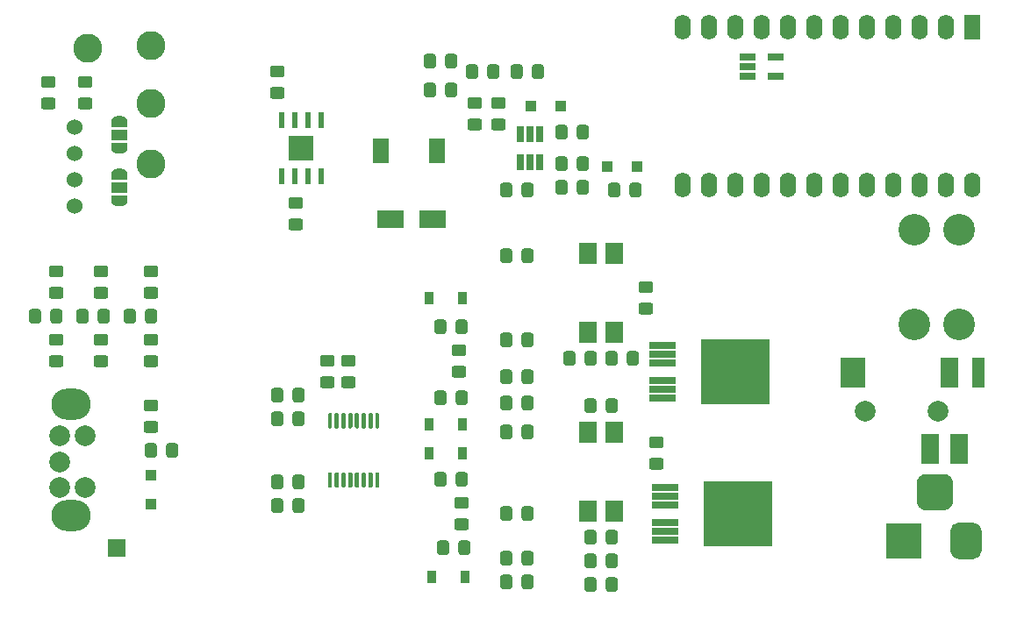
<source format=gbr>
%TF.GenerationSoftware,KiCad,Pcbnew,(5.1.6)-1*%
%TF.CreationDate,2021-01-23T13:54:21+00:00*%
%TF.ProjectId,ninja_iron,6e696e6a-615f-4697-926f-6e2e6b696361,rev?*%
%TF.SameCoordinates,Original*%
%TF.FileFunction,Soldermask,Top*%
%TF.FilePolarity,Negative*%
%FSLAX46Y46*%
G04 Gerber Fmt 4.6, Leading zero omitted, Abs format (unit mm)*
G04 Created by KiCad (PCBNEW (5.1.6)-1) date 2021-01-23 13:54:21*
%MOMM*%
%LPD*%
G01*
G04 APERTURE LIST*
%ADD10R,1.560000X0.650000*%
%ADD11R,1.700000X1.700000*%
%ADD12C,3.048000*%
%ADD13R,3.500000X3.500000*%
%ADD14C,0.100000*%
%ADD15R,1.500000X1.000000*%
%ADD16R,1.500000X2.400000*%
%ADD17C,1.524000*%
%ADD18R,2.500000X1.800000*%
%ADD19R,0.900000X1.200000*%
%ADD20R,1.100000X1.100000*%
%ADD21R,2.400000X2.900000*%
%ADD22R,1.200000X2.900000*%
%ADD23C,2.000000*%
%ADD24R,1.800000X2.900000*%
%ADD25R,1.600000X2.400000*%
%ADD26O,1.600000X2.400000*%
%ADD27R,2.500000X0.650000*%
%ADD28R,6.600000X6.300000*%
%ADD29R,0.650000X1.560000*%
%ADD30C,2.800000*%
%ADD31R,1.780000X2.000000*%
%ADD32R,0.600000X1.550000*%
%ADD33R,2.350000X2.350000*%
%ADD34O,3.800000X3.000000*%
G04 APERTURE END LIST*
%TO.C,R36*%
G36*
G01*
X174809550Y-34976000D02*
X175710450Y-34976000D01*
G75*
G02*
X175960000Y-35225550I0J-249550D01*
G01*
X175960000Y-35876450D01*
G75*
G02*
X175710450Y-36126000I-249550J0D01*
G01*
X174809550Y-36126000D01*
G75*
G02*
X174560000Y-35876450I0J249550D01*
G01*
X174560000Y-35225550D01*
G75*
G02*
X174809550Y-34976000I249550J0D01*
G01*
G37*
G36*
G01*
X174809550Y-37026000D02*
X175710450Y-37026000D01*
G75*
G02*
X175960000Y-37275550I0J-249550D01*
G01*
X175960000Y-37926450D01*
G75*
G02*
X175710450Y-38176000I-249550J0D01*
G01*
X174809550Y-38176000D01*
G75*
G02*
X174560000Y-37926450I0J249550D01*
G01*
X174560000Y-37275550D01*
G75*
G02*
X174809550Y-37026000I249550J0D01*
G01*
G37*
%TD*%
D10*
%TO.C,U10*%
X241888000Y-33086000D03*
X241888000Y-34986000D03*
X239188000Y-34986000D03*
X239188000Y-34036000D03*
X239188000Y-33086000D03*
%TD*%
D11*
%TO.C,J3*%
X178308000Y-80518000D03*
%TD*%
%TO.C,R10*%
G36*
G01*
X195268000Y-68522001D02*
X195268000Y-67621999D01*
G75*
G02*
X195517999Y-67372000I249999J0D01*
G01*
X196168001Y-67372000D01*
G75*
G02*
X196418000Y-67621999I0J-249999D01*
G01*
X196418000Y-68522001D01*
G75*
G02*
X196168001Y-68772000I-249999J0D01*
G01*
X195517999Y-68772000D01*
G75*
G02*
X195268000Y-68522001I0J249999D01*
G01*
G37*
G36*
G01*
X193218000Y-68522001D02*
X193218000Y-67621999D01*
G75*
G02*
X193467999Y-67372000I249999J0D01*
G01*
X194118001Y-67372000D01*
G75*
G02*
X194368000Y-67621999I0J-249999D01*
G01*
X194368000Y-68522001D01*
G75*
G02*
X194118001Y-68772000I-249999J0D01*
G01*
X193467999Y-68772000D01*
G75*
G02*
X193218000Y-68522001I0J249999D01*
G01*
G37*
%TD*%
D12*
%TO.C,iron*%
X259588000Y-49784000D03*
X255270000Y-49784000D03*
X259588000Y-58928000D03*
X255270000Y-58928000D03*
%TD*%
%TO.C,R8*%
G36*
G01*
X217366000Y-81984001D02*
X217366000Y-81083999D01*
G75*
G02*
X217615999Y-80834000I249999J0D01*
G01*
X218266001Y-80834000D01*
G75*
G02*
X218516000Y-81083999I0J-249999D01*
G01*
X218516000Y-81984001D01*
G75*
G02*
X218266001Y-82234000I-249999J0D01*
G01*
X217615999Y-82234000D01*
G75*
G02*
X217366000Y-81984001I0J249999D01*
G01*
G37*
G36*
G01*
X215316000Y-81984001D02*
X215316000Y-81083999D01*
G75*
G02*
X215565999Y-80834000I249999J0D01*
G01*
X216216001Y-80834000D01*
G75*
G02*
X216466000Y-81083999I0J-249999D01*
G01*
X216466000Y-81984001D01*
G75*
G02*
X216216001Y-82234000I-249999J0D01*
G01*
X215565999Y-82234000D01*
G75*
G02*
X215316000Y-81984001I0J249999D01*
G01*
G37*
%TD*%
%TO.C,R5*%
G36*
G01*
X229927999Y-69774000D02*
X230828001Y-69774000D01*
G75*
G02*
X231078000Y-70023999I0J-249999D01*
G01*
X231078000Y-70674001D01*
G75*
G02*
X230828001Y-70924000I-249999J0D01*
G01*
X229927999Y-70924000D01*
G75*
G02*
X229678000Y-70674001I0J249999D01*
G01*
X229678000Y-70023999D01*
G75*
G02*
X229927999Y-69774000I249999J0D01*
G01*
G37*
G36*
G01*
X229927999Y-71824000D02*
X230828001Y-71824000D01*
G75*
G02*
X231078000Y-72073999I0J-249999D01*
G01*
X231078000Y-72724001D01*
G75*
G02*
X230828001Y-72974000I-249999J0D01*
G01*
X229927999Y-72974000D01*
G75*
G02*
X229678000Y-72724001I0J249999D01*
G01*
X229678000Y-72073999D01*
G75*
G02*
X229927999Y-71824000I249999J0D01*
G01*
G37*
%TD*%
D13*
%TO.C,J4*%
X254254000Y-79852000D03*
G36*
G01*
X261754000Y-78852000D02*
X261754000Y-80852000D01*
G75*
G02*
X261004000Y-81602000I-750000J0D01*
G01*
X259504000Y-81602000D01*
G75*
G02*
X258754000Y-80852000I0J750000D01*
G01*
X258754000Y-78852000D01*
G75*
G02*
X259504000Y-78102000I750000J0D01*
G01*
X261004000Y-78102000D01*
G75*
G02*
X261754000Y-78852000I0J-750000D01*
G01*
G37*
G36*
G01*
X259004000Y-74277000D02*
X259004000Y-76027000D01*
G75*
G02*
X258129000Y-76902000I-875000J0D01*
G01*
X256379000Y-76902000D01*
G75*
G02*
X255504000Y-76027000I0J875000D01*
G01*
X255504000Y-74277000D01*
G75*
G02*
X256379000Y-73402000I875000J0D01*
G01*
X258129000Y-73402000D01*
G75*
G02*
X259004000Y-74277000I0J-875000D01*
G01*
G37*
%TD*%
D14*
%TO.C,JP2*%
G36*
X179312000Y-46470000D02*
G01*
X179312000Y-47020000D01*
X179311398Y-47020000D01*
X179311398Y-47044534D01*
X179306588Y-47093365D01*
X179297016Y-47141490D01*
X179282772Y-47188445D01*
X179263995Y-47233778D01*
X179240864Y-47277051D01*
X179213604Y-47317850D01*
X179182476Y-47355779D01*
X179147779Y-47390476D01*
X179109850Y-47421604D01*
X179069051Y-47448864D01*
X179025778Y-47471995D01*
X178980445Y-47490772D01*
X178933490Y-47505016D01*
X178885365Y-47514588D01*
X178836534Y-47519398D01*
X178812000Y-47519398D01*
X178812000Y-47520000D01*
X178312000Y-47520000D01*
X178312000Y-47519398D01*
X178287466Y-47519398D01*
X178238635Y-47514588D01*
X178190510Y-47505016D01*
X178143555Y-47490772D01*
X178098222Y-47471995D01*
X178054949Y-47448864D01*
X178014150Y-47421604D01*
X177976221Y-47390476D01*
X177941524Y-47355779D01*
X177910396Y-47317850D01*
X177883136Y-47277051D01*
X177860005Y-47233778D01*
X177841228Y-47188445D01*
X177826984Y-47141490D01*
X177817412Y-47093365D01*
X177812602Y-47044534D01*
X177812602Y-47020000D01*
X177812000Y-47020000D01*
X177812000Y-46470000D01*
X179312000Y-46470000D01*
G37*
D15*
X178562000Y-45720000D03*
D14*
G36*
X177812602Y-44420000D02*
G01*
X177812602Y-44395466D01*
X177817412Y-44346635D01*
X177826984Y-44298510D01*
X177841228Y-44251555D01*
X177860005Y-44206222D01*
X177883136Y-44162949D01*
X177910396Y-44122150D01*
X177941524Y-44084221D01*
X177976221Y-44049524D01*
X178014150Y-44018396D01*
X178054949Y-43991136D01*
X178098222Y-43968005D01*
X178143555Y-43949228D01*
X178190510Y-43934984D01*
X178238635Y-43925412D01*
X178287466Y-43920602D01*
X178312000Y-43920602D01*
X178312000Y-43920000D01*
X178812000Y-43920000D01*
X178812000Y-43920602D01*
X178836534Y-43920602D01*
X178885365Y-43925412D01*
X178933490Y-43934984D01*
X178980445Y-43949228D01*
X179025778Y-43968005D01*
X179069051Y-43991136D01*
X179109850Y-44018396D01*
X179147779Y-44049524D01*
X179182476Y-44084221D01*
X179213604Y-44122150D01*
X179240864Y-44162949D01*
X179263995Y-44206222D01*
X179282772Y-44251555D01*
X179297016Y-44298510D01*
X179306588Y-44346635D01*
X179311398Y-44395466D01*
X179311398Y-44420000D01*
X179312000Y-44420000D01*
X179312000Y-44970000D01*
X177812000Y-44970000D01*
X177812000Y-44420000D01*
X177812602Y-44420000D01*
G37*
%TD*%
%TO.C,R3*%
G36*
G01*
X217366000Y-60902001D02*
X217366000Y-60001999D01*
G75*
G02*
X217615999Y-59752000I249999J0D01*
G01*
X218266001Y-59752000D01*
G75*
G02*
X218516000Y-60001999I0J-249999D01*
G01*
X218516000Y-60902001D01*
G75*
G02*
X218266001Y-61152000I-249999J0D01*
G01*
X217615999Y-61152000D01*
G75*
G02*
X217366000Y-60902001I0J249999D01*
G01*
G37*
G36*
G01*
X215316000Y-60902001D02*
X215316000Y-60001999D01*
G75*
G02*
X215565999Y-59752000I249999J0D01*
G01*
X216216001Y-59752000D01*
G75*
G02*
X216466000Y-60001999I0J-249999D01*
G01*
X216466000Y-60902001D01*
G75*
G02*
X216216001Y-61152000I-249999J0D01*
G01*
X215565999Y-61152000D01*
G75*
G02*
X215316000Y-60902001I0J249999D01*
G01*
G37*
%TD*%
%TO.C,JP1*%
G36*
X179312000Y-41390000D02*
G01*
X179312000Y-41940000D01*
X179311398Y-41940000D01*
X179311398Y-41964534D01*
X179306588Y-42013365D01*
X179297016Y-42061490D01*
X179282772Y-42108445D01*
X179263995Y-42153778D01*
X179240864Y-42197051D01*
X179213604Y-42237850D01*
X179182476Y-42275779D01*
X179147779Y-42310476D01*
X179109850Y-42341604D01*
X179069051Y-42368864D01*
X179025778Y-42391995D01*
X178980445Y-42410772D01*
X178933490Y-42425016D01*
X178885365Y-42434588D01*
X178836534Y-42439398D01*
X178812000Y-42439398D01*
X178812000Y-42440000D01*
X178312000Y-42440000D01*
X178312000Y-42439398D01*
X178287466Y-42439398D01*
X178238635Y-42434588D01*
X178190510Y-42425016D01*
X178143555Y-42410772D01*
X178098222Y-42391995D01*
X178054949Y-42368864D01*
X178014150Y-42341604D01*
X177976221Y-42310476D01*
X177941524Y-42275779D01*
X177910396Y-42237850D01*
X177883136Y-42197051D01*
X177860005Y-42153778D01*
X177841228Y-42108445D01*
X177826984Y-42061490D01*
X177817412Y-42013365D01*
X177812602Y-41964534D01*
X177812602Y-41940000D01*
X177812000Y-41940000D01*
X177812000Y-41390000D01*
X179312000Y-41390000D01*
G37*
D15*
X178562000Y-40640000D03*
D14*
G36*
X177812602Y-39340000D02*
G01*
X177812602Y-39315466D01*
X177817412Y-39266635D01*
X177826984Y-39218510D01*
X177841228Y-39171555D01*
X177860005Y-39126222D01*
X177883136Y-39082949D01*
X177910396Y-39042150D01*
X177941524Y-39004221D01*
X177976221Y-38969524D01*
X178014150Y-38938396D01*
X178054949Y-38911136D01*
X178098222Y-38888005D01*
X178143555Y-38869228D01*
X178190510Y-38854984D01*
X178238635Y-38845412D01*
X178287466Y-38840602D01*
X178312000Y-38840602D01*
X178312000Y-38840000D01*
X178812000Y-38840000D01*
X178812000Y-38840602D01*
X178836534Y-38840602D01*
X178885365Y-38845412D01*
X178933490Y-38854984D01*
X178980445Y-38869228D01*
X179025778Y-38888005D01*
X179069051Y-38911136D01*
X179109850Y-38938396D01*
X179147779Y-38969524D01*
X179182476Y-39004221D01*
X179213604Y-39042150D01*
X179240864Y-39082949D01*
X179263995Y-39126222D01*
X179282772Y-39171555D01*
X179297016Y-39218510D01*
X179306588Y-39266635D01*
X179311398Y-39315466D01*
X179311398Y-39340000D01*
X179312000Y-39340000D01*
X179312000Y-39890000D01*
X177812000Y-39890000D01*
X177812000Y-39340000D01*
X177812602Y-39340000D01*
G37*
%TD*%
%TO.C,R11*%
G36*
G01*
X193218000Y-66236001D02*
X193218000Y-65335999D01*
G75*
G02*
X193467999Y-65086000I249999J0D01*
G01*
X194118001Y-65086000D01*
G75*
G02*
X194368000Y-65335999I0J-249999D01*
G01*
X194368000Y-66236001D01*
G75*
G02*
X194118001Y-66486000I-249999J0D01*
G01*
X193467999Y-66486000D01*
G75*
G02*
X193218000Y-66236001I0J249999D01*
G01*
G37*
G36*
G01*
X195268000Y-66236001D02*
X195268000Y-65335999D01*
G75*
G02*
X195517999Y-65086000I249999J0D01*
G01*
X196168001Y-65086000D01*
G75*
G02*
X196418000Y-65335999I0J-249999D01*
G01*
X196418000Y-66236001D01*
G75*
G02*
X196168001Y-66486000I-249999J0D01*
G01*
X195517999Y-66486000D01*
G75*
G02*
X195268000Y-66236001I0J249999D01*
G01*
G37*
%TD*%
D16*
%TO.C,L1*%
X203752000Y-42164000D03*
X209252000Y-42164000D03*
%TD*%
%TO.C,R19*%
G36*
G01*
X224594000Y-83623999D02*
X224594000Y-84524001D01*
G75*
G02*
X224344001Y-84774000I-249999J0D01*
G01*
X223693999Y-84774000D01*
G75*
G02*
X223444000Y-84524001I0J249999D01*
G01*
X223444000Y-83623999D01*
G75*
G02*
X223693999Y-83374000I249999J0D01*
G01*
X224344001Y-83374000D01*
G75*
G02*
X224594000Y-83623999I0J-249999D01*
G01*
G37*
G36*
G01*
X226644000Y-83623999D02*
X226644000Y-84524001D01*
G75*
G02*
X226394001Y-84774000I-249999J0D01*
G01*
X225743999Y-84774000D01*
G75*
G02*
X225494000Y-84524001I0J249999D01*
G01*
X225494000Y-83623999D01*
G75*
G02*
X225743999Y-83374000I249999J0D01*
G01*
X226394001Y-83374000D01*
G75*
G02*
X226644000Y-83623999I0J-249999D01*
G01*
G37*
%TD*%
%TO.C,R14*%
G36*
G01*
X213302001Y-40208000D02*
X212401999Y-40208000D01*
G75*
G02*
X212152000Y-39958001I0J249999D01*
G01*
X212152000Y-39307999D01*
G75*
G02*
X212401999Y-39058000I249999J0D01*
G01*
X213302001Y-39058000D01*
G75*
G02*
X213552000Y-39307999I0J-249999D01*
G01*
X213552000Y-39958001D01*
G75*
G02*
X213302001Y-40208000I-249999J0D01*
G01*
G37*
G36*
G01*
X213302001Y-38158000D02*
X212401999Y-38158000D01*
G75*
G02*
X212152000Y-37908001I0J249999D01*
G01*
X212152000Y-37257999D01*
G75*
G02*
X212401999Y-37008000I249999J0D01*
G01*
X213302001Y-37008000D01*
G75*
G02*
X213552000Y-37257999I0J-249999D01*
G01*
X213552000Y-37908001D01*
G75*
G02*
X213302001Y-38158000I-249999J0D01*
G01*
G37*
%TD*%
%TO.C,R15*%
G36*
G01*
X209100000Y-33077999D02*
X209100000Y-33978001D01*
G75*
G02*
X208850001Y-34228000I-249999J0D01*
G01*
X208199999Y-34228000D01*
G75*
G02*
X207950000Y-33978001I0J249999D01*
G01*
X207950000Y-33077999D01*
G75*
G02*
X208199999Y-32828000I249999J0D01*
G01*
X208850001Y-32828000D01*
G75*
G02*
X209100000Y-33077999I0J-249999D01*
G01*
G37*
G36*
G01*
X211150000Y-33077999D02*
X211150000Y-33978001D01*
G75*
G02*
X210900001Y-34228000I-249999J0D01*
G01*
X210249999Y-34228000D01*
G75*
G02*
X210000000Y-33978001I0J249999D01*
G01*
X210000000Y-33077999D01*
G75*
G02*
X210249999Y-32828000I249999J0D01*
G01*
X210900001Y-32828000D01*
G75*
G02*
X211150000Y-33077999I0J-249999D01*
G01*
G37*
%TD*%
%TO.C,R25*%
G36*
G01*
X181159999Y-55314000D02*
X182060001Y-55314000D01*
G75*
G02*
X182310000Y-55563999I0J-249999D01*
G01*
X182310000Y-56214001D01*
G75*
G02*
X182060001Y-56464000I-249999J0D01*
G01*
X181159999Y-56464000D01*
G75*
G02*
X180910000Y-56214001I0J249999D01*
G01*
X180910000Y-55563999D01*
G75*
G02*
X181159999Y-55314000I249999J0D01*
G01*
G37*
G36*
G01*
X181159999Y-53264000D02*
X182060001Y-53264000D01*
G75*
G02*
X182310000Y-53513999I0J-249999D01*
G01*
X182310000Y-54164001D01*
G75*
G02*
X182060001Y-54414000I-249999J0D01*
G01*
X181159999Y-54414000D01*
G75*
G02*
X180910000Y-54164001I0J249999D01*
G01*
X180910000Y-53513999D01*
G75*
G02*
X181159999Y-53264000I249999J0D01*
G01*
G37*
%TD*%
%TO.C,R21*%
G36*
G01*
X226644000Y-81337999D02*
X226644000Y-82238001D01*
G75*
G02*
X226394001Y-82488000I-249999J0D01*
G01*
X225743999Y-82488000D01*
G75*
G02*
X225494000Y-82238001I0J249999D01*
G01*
X225494000Y-81337999D01*
G75*
G02*
X225743999Y-81088000I249999J0D01*
G01*
X226394001Y-81088000D01*
G75*
G02*
X226644000Y-81337999I0J-249999D01*
G01*
G37*
G36*
G01*
X224594000Y-81337999D02*
X224594000Y-82238001D01*
G75*
G02*
X224344001Y-82488000I-249999J0D01*
G01*
X223693999Y-82488000D01*
G75*
G02*
X223444000Y-82238001I0J249999D01*
G01*
X223444000Y-81337999D01*
G75*
G02*
X223693999Y-81088000I249999J0D01*
G01*
X224344001Y-81088000D01*
G75*
G02*
X224594000Y-81337999I0J-249999D01*
G01*
G37*
%TD*%
%TO.C,R23*%
G36*
G01*
X172015999Y-55314000D02*
X172916001Y-55314000D01*
G75*
G02*
X173166000Y-55563999I0J-249999D01*
G01*
X173166000Y-56214001D01*
G75*
G02*
X172916001Y-56464000I-249999J0D01*
G01*
X172015999Y-56464000D01*
G75*
G02*
X171766000Y-56214001I0J249999D01*
G01*
X171766000Y-55563999D01*
G75*
G02*
X172015999Y-55314000I249999J0D01*
G01*
G37*
G36*
G01*
X172015999Y-53264000D02*
X172916001Y-53264000D01*
G75*
G02*
X173166000Y-53513999I0J-249999D01*
G01*
X173166000Y-54164001D01*
G75*
G02*
X172916001Y-54414000I-249999J0D01*
G01*
X172015999Y-54414000D01*
G75*
G02*
X171766000Y-54164001I0J249999D01*
G01*
X171766000Y-53513999D01*
G75*
G02*
X172015999Y-53264000I249999J0D01*
G01*
G37*
%TD*%
%TO.C,R28*%
G36*
G01*
X220650000Y-46170001D02*
X220650000Y-45269999D01*
G75*
G02*
X220899999Y-45020000I249999J0D01*
G01*
X221550001Y-45020000D01*
G75*
G02*
X221800000Y-45269999I0J-249999D01*
G01*
X221800000Y-46170001D01*
G75*
G02*
X221550001Y-46420000I-249999J0D01*
G01*
X220899999Y-46420000D01*
G75*
G02*
X220650000Y-46170001I0J249999D01*
G01*
G37*
G36*
G01*
X222700000Y-46170001D02*
X222700000Y-45269999D01*
G75*
G02*
X222949999Y-45020000I249999J0D01*
G01*
X223600001Y-45020000D01*
G75*
G02*
X223850000Y-45269999I0J-249999D01*
G01*
X223850000Y-46170001D01*
G75*
G02*
X223600001Y-46420000I-249999J0D01*
G01*
X222949999Y-46420000D01*
G75*
G02*
X222700000Y-46170001I0J249999D01*
G01*
G37*
%TD*%
%TO.C,R30*%
G36*
G01*
X182194000Y-57715999D02*
X182194000Y-58616001D01*
G75*
G02*
X181944001Y-58866000I-249999J0D01*
G01*
X181293999Y-58866000D01*
G75*
G02*
X181044000Y-58616001I0J249999D01*
G01*
X181044000Y-57715999D01*
G75*
G02*
X181293999Y-57466000I249999J0D01*
G01*
X181944001Y-57466000D01*
G75*
G02*
X182194000Y-57715999I0J-249999D01*
G01*
G37*
G36*
G01*
X180144000Y-57715550D02*
X180144000Y-58616450D01*
G75*
G02*
X179894450Y-58866000I-249550J0D01*
G01*
X179243550Y-58866000D01*
G75*
G02*
X178994000Y-58616450I0J249550D01*
G01*
X178994000Y-57715550D01*
G75*
G02*
X179243550Y-57466000I249550J0D01*
G01*
X179894450Y-57466000D01*
G75*
G02*
X180144000Y-57715550I0J-249550D01*
G01*
G37*
%TD*%
%TO.C,R35*%
G36*
G01*
X171253550Y-37026000D02*
X172154450Y-37026000D01*
G75*
G02*
X172404000Y-37275550I0J-249550D01*
G01*
X172404000Y-37926450D01*
G75*
G02*
X172154450Y-38176000I-249550J0D01*
G01*
X171253550Y-38176000D01*
G75*
G02*
X171004000Y-37926450I0J249550D01*
G01*
X171004000Y-37275550D01*
G75*
G02*
X171253550Y-37026000I249550J0D01*
G01*
G37*
G36*
G01*
X171253550Y-34976000D02*
X172154450Y-34976000D01*
G75*
G02*
X172404000Y-35225550I0J-249550D01*
G01*
X172404000Y-35876450D01*
G75*
G02*
X172154450Y-36126000I-249550J0D01*
G01*
X171253550Y-36126000D01*
G75*
G02*
X171004000Y-35876450I0J249550D01*
G01*
X171004000Y-35225550D01*
G75*
G02*
X171253550Y-34976000I249550J0D01*
G01*
G37*
%TD*%
%TO.C,R20*%
G36*
G01*
X218516000Y-68891999D02*
X218516000Y-69792001D01*
G75*
G02*
X218266001Y-70042000I-249999J0D01*
G01*
X217615999Y-70042000D01*
G75*
G02*
X217366000Y-69792001I0J249999D01*
G01*
X217366000Y-68891999D01*
G75*
G02*
X217615999Y-68642000I249999J0D01*
G01*
X218266001Y-68642000D01*
G75*
G02*
X218516000Y-68891999I0J-249999D01*
G01*
G37*
G36*
G01*
X216466000Y-68891999D02*
X216466000Y-69792001D01*
G75*
G02*
X216216001Y-70042000I-249999J0D01*
G01*
X215565999Y-70042000D01*
G75*
G02*
X215316000Y-69792001I0J249999D01*
G01*
X215316000Y-68891999D01*
G75*
G02*
X215565999Y-68642000I249999J0D01*
G01*
X216216001Y-68642000D01*
G75*
G02*
X216466000Y-68891999I0J-249999D01*
G01*
G37*
%TD*%
%TO.C,R27*%
G36*
G01*
X182176000Y-70669999D02*
X182176000Y-71570001D01*
G75*
G02*
X181926001Y-71820000I-249999J0D01*
G01*
X181275999Y-71820000D01*
G75*
G02*
X181026000Y-71570001I0J249999D01*
G01*
X181026000Y-70669999D01*
G75*
G02*
X181275999Y-70420000I249999J0D01*
G01*
X181926001Y-70420000D01*
G75*
G02*
X182176000Y-70669999I0J-249999D01*
G01*
G37*
G36*
G01*
X184226000Y-70669999D02*
X184226000Y-71570001D01*
G75*
G02*
X183976001Y-71820000I-249999J0D01*
G01*
X183325999Y-71820000D01*
G75*
G02*
X183076000Y-71570001I0J249999D01*
G01*
X183076000Y-70669999D01*
G75*
G02*
X183325999Y-70420000I249999J0D01*
G01*
X183976001Y-70420000D01*
G75*
G02*
X184226000Y-70669999I0J-249999D01*
G01*
G37*
%TD*%
%TO.C,R29*%
G36*
G01*
X227780000Y-46424001D02*
X227780000Y-45523999D01*
G75*
G02*
X228029999Y-45274000I249999J0D01*
G01*
X228680001Y-45274000D01*
G75*
G02*
X228930000Y-45523999I0J-249999D01*
G01*
X228930000Y-46424001D01*
G75*
G02*
X228680001Y-46674000I-249999J0D01*
G01*
X228029999Y-46674000D01*
G75*
G02*
X227780000Y-46424001I0J249999D01*
G01*
G37*
G36*
G01*
X225730000Y-46424001D02*
X225730000Y-45523999D01*
G75*
G02*
X225979999Y-45274000I249999J0D01*
G01*
X226630001Y-45274000D01*
G75*
G02*
X226880000Y-45523999I0J-249999D01*
G01*
X226880000Y-46424001D01*
G75*
G02*
X226630001Y-46674000I-249999J0D01*
G01*
X225979999Y-46674000D01*
G75*
G02*
X225730000Y-46424001I0J249999D01*
G01*
G37*
%TD*%
%TO.C,R31*%
G36*
G01*
X175572000Y-57715999D02*
X175572000Y-58616001D01*
G75*
G02*
X175322001Y-58866000I-249999J0D01*
G01*
X174671999Y-58866000D01*
G75*
G02*
X174422000Y-58616001I0J249999D01*
G01*
X174422000Y-57715999D01*
G75*
G02*
X174671999Y-57466000I249999J0D01*
G01*
X175322001Y-57466000D01*
G75*
G02*
X175572000Y-57715999I0J-249999D01*
G01*
G37*
G36*
G01*
X177622000Y-57715999D02*
X177622000Y-58616001D01*
G75*
G02*
X177372001Y-58866000I-249999J0D01*
G01*
X176721999Y-58866000D01*
G75*
G02*
X176472000Y-58616001I0J249999D01*
G01*
X176472000Y-57715999D01*
G75*
G02*
X176721999Y-57466000I249999J0D01*
G01*
X177372001Y-57466000D01*
G75*
G02*
X177622000Y-57715999I0J-249999D01*
G01*
G37*
%TD*%
%TO.C,R26*%
G36*
G01*
X181159999Y-66218000D02*
X182060001Y-66218000D01*
G75*
G02*
X182310000Y-66467999I0J-249999D01*
G01*
X182310000Y-67118001D01*
G75*
G02*
X182060001Y-67368000I-249999J0D01*
G01*
X181159999Y-67368000D01*
G75*
G02*
X180910000Y-67118001I0J249999D01*
G01*
X180910000Y-66467999D01*
G75*
G02*
X181159999Y-66218000I249999J0D01*
G01*
G37*
G36*
G01*
X181159999Y-68268000D02*
X182060001Y-68268000D01*
G75*
G02*
X182310000Y-68517999I0J-249999D01*
G01*
X182310000Y-69168001D01*
G75*
G02*
X182060001Y-69418000I-249999J0D01*
G01*
X181159999Y-69418000D01*
G75*
G02*
X180910000Y-69168001I0J249999D01*
G01*
X180910000Y-68517999D01*
G75*
G02*
X181159999Y-68268000I249999J0D01*
G01*
G37*
%TD*%
%TO.C,R16*%
G36*
G01*
X226644000Y-66351999D02*
X226644000Y-67252001D01*
G75*
G02*
X226394001Y-67502000I-249999J0D01*
G01*
X225743999Y-67502000D01*
G75*
G02*
X225494000Y-67252001I0J249999D01*
G01*
X225494000Y-66351999D01*
G75*
G02*
X225743999Y-66102000I249999J0D01*
G01*
X226394001Y-66102000D01*
G75*
G02*
X226644000Y-66351999I0J-249999D01*
G01*
G37*
G36*
G01*
X224594000Y-66351999D02*
X224594000Y-67252001D01*
G75*
G02*
X224344001Y-67502000I-249999J0D01*
G01*
X223693999Y-67502000D01*
G75*
G02*
X223444000Y-67252001I0J249999D01*
G01*
X223444000Y-66351999D01*
G75*
G02*
X223693999Y-66102000I249999J0D01*
G01*
X224344001Y-66102000D01*
G75*
G02*
X224594000Y-66351999I0J-249999D01*
G01*
G37*
%TD*%
%TO.C,R17*%
G36*
G01*
X216466000Y-51873999D02*
X216466000Y-52774001D01*
G75*
G02*
X216216001Y-53024000I-249999J0D01*
G01*
X215565999Y-53024000D01*
G75*
G02*
X215316000Y-52774001I0J249999D01*
G01*
X215316000Y-51873999D01*
G75*
G02*
X215565999Y-51624000I249999J0D01*
G01*
X216216001Y-51624000D01*
G75*
G02*
X216466000Y-51873999I0J-249999D01*
G01*
G37*
G36*
G01*
X218516000Y-51873999D02*
X218516000Y-52774001D01*
G75*
G02*
X218266001Y-53024000I-249999J0D01*
G01*
X217615999Y-53024000D01*
G75*
G02*
X217366000Y-52774001I0J249999D01*
G01*
X217366000Y-51873999D01*
G75*
G02*
X217615999Y-51624000I249999J0D01*
G01*
X218266001Y-51624000D01*
G75*
G02*
X218516000Y-51873999I0J-249999D01*
G01*
G37*
%TD*%
%TO.C,R18*%
G36*
G01*
X225476000Y-62680001D02*
X225476000Y-61779999D01*
G75*
G02*
X225725999Y-61530000I249999J0D01*
G01*
X226376001Y-61530000D01*
G75*
G02*
X226626000Y-61779999I0J-249999D01*
G01*
X226626000Y-62680001D01*
G75*
G02*
X226376001Y-62930000I-249999J0D01*
G01*
X225725999Y-62930000D01*
G75*
G02*
X225476000Y-62680001I0J249999D01*
G01*
G37*
G36*
G01*
X227526000Y-62680001D02*
X227526000Y-61779999D01*
G75*
G02*
X227775999Y-61530000I249999J0D01*
G01*
X228426001Y-61530000D01*
G75*
G02*
X228676000Y-61779999I0J-249999D01*
G01*
X228676000Y-62680001D01*
G75*
G02*
X228426001Y-62930000I-249999J0D01*
G01*
X227775999Y-62930000D01*
G75*
G02*
X227526000Y-62680001I0J249999D01*
G01*
G37*
%TD*%
%TO.C,R24*%
G36*
G01*
X176333999Y-53264000D02*
X177234001Y-53264000D01*
G75*
G02*
X177484000Y-53513999I0J-249999D01*
G01*
X177484000Y-54164001D01*
G75*
G02*
X177234001Y-54414000I-249999J0D01*
G01*
X176333999Y-54414000D01*
G75*
G02*
X176084000Y-54164001I0J249999D01*
G01*
X176084000Y-53513999D01*
G75*
G02*
X176333999Y-53264000I249999J0D01*
G01*
G37*
G36*
G01*
X176333999Y-55314000D02*
X177234001Y-55314000D01*
G75*
G02*
X177484000Y-55563999I0J-249999D01*
G01*
X177484000Y-56214001D01*
G75*
G02*
X177234001Y-56464000I-249999J0D01*
G01*
X176333999Y-56464000D01*
G75*
G02*
X176084000Y-56214001I0J249999D01*
G01*
X176084000Y-55563999D01*
G75*
G02*
X176333999Y-55314000I249999J0D01*
G01*
G37*
%TD*%
%TO.C,C21*%
G36*
G01*
X218516000Y-45523999D02*
X218516000Y-46424001D01*
G75*
G02*
X218266001Y-46674000I-249999J0D01*
G01*
X217615999Y-46674000D01*
G75*
G02*
X217366000Y-46424001I0J249999D01*
G01*
X217366000Y-45523999D01*
G75*
G02*
X217615999Y-45274000I249999J0D01*
G01*
X218266001Y-45274000D01*
G75*
G02*
X218516000Y-45523999I0J-249999D01*
G01*
G37*
G36*
G01*
X216466000Y-45523999D02*
X216466000Y-46424001D01*
G75*
G02*
X216216001Y-46674000I-249999J0D01*
G01*
X215565999Y-46674000D01*
G75*
G02*
X215316000Y-46424001I0J249999D01*
G01*
X215316000Y-45523999D01*
G75*
G02*
X215565999Y-45274000I249999J0D01*
G01*
X216216001Y-45274000D01*
G75*
G02*
X216466000Y-45523999I0J-249999D01*
G01*
G37*
%TD*%
%TO.C,C18*%
G36*
G01*
X176333999Y-61918000D02*
X177234001Y-61918000D01*
G75*
G02*
X177484000Y-62167999I0J-249999D01*
G01*
X177484000Y-62818001D01*
G75*
G02*
X177234001Y-63068000I-249999J0D01*
G01*
X176333999Y-63068000D01*
G75*
G02*
X176084000Y-62818001I0J249999D01*
G01*
X176084000Y-62167999D01*
G75*
G02*
X176333999Y-61918000I249999J0D01*
G01*
G37*
G36*
G01*
X176333999Y-59868000D02*
X177234001Y-59868000D01*
G75*
G02*
X177484000Y-60117999I0J-249999D01*
G01*
X177484000Y-60768001D01*
G75*
G02*
X177234001Y-61018000I-249999J0D01*
G01*
X176333999Y-61018000D01*
G75*
G02*
X176084000Y-60768001I0J249999D01*
G01*
X176084000Y-60117999D01*
G75*
G02*
X176333999Y-59868000I249999J0D01*
G01*
G37*
%TD*%
%TO.C,C7*%
G36*
G01*
X199078001Y-65100000D02*
X198177999Y-65100000D01*
G75*
G02*
X197928000Y-64850001I0J249999D01*
G01*
X197928000Y-64199999D01*
G75*
G02*
X198177999Y-63950000I249999J0D01*
G01*
X199078001Y-63950000D01*
G75*
G02*
X199328000Y-64199999I0J-249999D01*
G01*
X199328000Y-64850001D01*
G75*
G02*
X199078001Y-65100000I-249999J0D01*
G01*
G37*
G36*
G01*
X199078001Y-63050000D02*
X198177999Y-63050000D01*
G75*
G02*
X197928000Y-62800001I0J249999D01*
G01*
X197928000Y-62149999D01*
G75*
G02*
X198177999Y-61900000I249999J0D01*
G01*
X199078001Y-61900000D01*
G75*
G02*
X199328000Y-62149999I0J-249999D01*
G01*
X199328000Y-62800001D01*
G75*
G02*
X199078001Y-63050000I-249999J0D01*
G01*
G37*
%TD*%
%TO.C,C8*%
G36*
G01*
X220650000Y-43884001D02*
X220650000Y-42983999D01*
G75*
G02*
X220899999Y-42734000I249999J0D01*
G01*
X221550001Y-42734000D01*
G75*
G02*
X221800000Y-42983999I0J-249999D01*
G01*
X221800000Y-43884001D01*
G75*
G02*
X221550001Y-44134000I-249999J0D01*
G01*
X220899999Y-44134000D01*
G75*
G02*
X220650000Y-43884001I0J249999D01*
G01*
G37*
G36*
G01*
X222700000Y-43884001D02*
X222700000Y-42983999D01*
G75*
G02*
X222949999Y-42734000I249999J0D01*
G01*
X223600001Y-42734000D01*
G75*
G02*
X223850000Y-42983999I0J-249999D01*
G01*
X223850000Y-43884001D01*
G75*
G02*
X223600001Y-44134000I-249999J0D01*
G01*
X222949999Y-44134000D01*
G75*
G02*
X222700000Y-43884001I0J249999D01*
G01*
G37*
%TD*%
D17*
%TO.C,OLED*%
X174244000Y-47498000D03*
X174244000Y-44958000D03*
X174244000Y-42418000D03*
X174244000Y-39878000D03*
%TD*%
%TO.C,C20*%
G36*
G01*
X201110001Y-63050000D02*
X200209999Y-63050000D01*
G75*
G02*
X199960000Y-62800001I0J249999D01*
G01*
X199960000Y-62149999D01*
G75*
G02*
X200209999Y-61900000I249999J0D01*
G01*
X201110001Y-61900000D01*
G75*
G02*
X201360000Y-62149999I0J-249999D01*
G01*
X201360000Y-62800001D01*
G75*
G02*
X201110001Y-63050000I-249999J0D01*
G01*
G37*
G36*
G01*
X201110001Y-65100000D02*
X200209999Y-65100000D01*
G75*
G02*
X199960000Y-64850001I0J249999D01*
G01*
X199960000Y-64199999D01*
G75*
G02*
X200209999Y-63950000I249999J0D01*
G01*
X201110001Y-63950000D01*
G75*
G02*
X201360000Y-64199999I0J-249999D01*
G01*
X201360000Y-64850001D01*
G75*
G02*
X201110001Y-65100000I-249999J0D01*
G01*
G37*
%TD*%
D18*
%TO.C,D2*%
X204756000Y-48768000D03*
X208756000Y-48768000D03*
%TD*%
D19*
%TO.C,D9*%
X211962000Y-83312000D03*
X208662000Y-83312000D03*
%TD*%
%TO.C,C19*%
G36*
G01*
X181159999Y-59868000D02*
X182060001Y-59868000D01*
G75*
G02*
X182310000Y-60117999I0J-249999D01*
G01*
X182310000Y-60768001D01*
G75*
G02*
X182060001Y-61018000I-249999J0D01*
G01*
X181159999Y-61018000D01*
G75*
G02*
X180910000Y-60768001I0J249999D01*
G01*
X180910000Y-60117999D01*
G75*
G02*
X181159999Y-59868000I249999J0D01*
G01*
G37*
G36*
G01*
X181159999Y-61918000D02*
X182060001Y-61918000D01*
G75*
G02*
X182310000Y-62167999I0J-249999D01*
G01*
X182310000Y-62818001D01*
G75*
G02*
X182060001Y-63068000I-249999J0D01*
G01*
X181159999Y-63068000D01*
G75*
G02*
X180910000Y-62818001I0J249999D01*
G01*
X180910000Y-62167999D01*
G75*
G02*
X181159999Y-61918000I249999J0D01*
G01*
G37*
%TD*%
%TO.C,C6*%
G36*
G01*
X211131999Y-77666000D02*
X212032001Y-77666000D01*
G75*
G02*
X212282000Y-77915999I0J-249999D01*
G01*
X212282000Y-78566001D01*
G75*
G02*
X212032001Y-78816000I-249999J0D01*
G01*
X211131999Y-78816000D01*
G75*
G02*
X210882000Y-78566001I0J249999D01*
G01*
X210882000Y-77915999D01*
G75*
G02*
X211131999Y-77666000I249999J0D01*
G01*
G37*
G36*
G01*
X211131999Y-75616000D02*
X212032001Y-75616000D01*
G75*
G02*
X212282000Y-75865999I0J-249999D01*
G01*
X212282000Y-76516001D01*
G75*
G02*
X212032001Y-76766000I-249999J0D01*
G01*
X211131999Y-76766000D01*
G75*
G02*
X210882000Y-76516001I0J249999D01*
G01*
X210882000Y-75865999D01*
G75*
G02*
X211131999Y-75616000I249999J0D01*
G01*
G37*
%TD*%
%TO.C,C3*%
G36*
G01*
X210877999Y-60884000D02*
X211778001Y-60884000D01*
G75*
G02*
X212028000Y-61133999I0J-249999D01*
G01*
X212028000Y-61784001D01*
G75*
G02*
X211778001Y-62034000I-249999J0D01*
G01*
X210877999Y-62034000D01*
G75*
G02*
X210628000Y-61784001I0J249999D01*
G01*
X210628000Y-61133999D01*
G75*
G02*
X210877999Y-60884000I249999J0D01*
G01*
G37*
G36*
G01*
X210877999Y-62934000D02*
X211778001Y-62934000D01*
G75*
G02*
X212028000Y-63183999I0J-249999D01*
G01*
X212028000Y-63834001D01*
G75*
G02*
X211778001Y-64084000I-249999J0D01*
G01*
X210877999Y-64084000D01*
G75*
G02*
X210628000Y-63834001I0J249999D01*
G01*
X210628000Y-63183999D01*
G75*
G02*
X210877999Y-62934000I249999J0D01*
G01*
G37*
%TD*%
%TO.C,C9*%
G36*
G01*
X222700000Y-40836001D02*
X222700000Y-39935999D01*
G75*
G02*
X222949999Y-39686000I249999J0D01*
G01*
X223600001Y-39686000D01*
G75*
G02*
X223850000Y-39935999I0J-249999D01*
G01*
X223850000Y-40836001D01*
G75*
G02*
X223600001Y-41086000I-249999J0D01*
G01*
X222949999Y-41086000D01*
G75*
G02*
X222700000Y-40836001I0J249999D01*
G01*
G37*
G36*
G01*
X220650000Y-40836001D02*
X220650000Y-39935999D01*
G75*
G02*
X220899999Y-39686000I249999J0D01*
G01*
X221550001Y-39686000D01*
G75*
G02*
X221800000Y-39935999I0J-249999D01*
G01*
X221800000Y-40836001D01*
G75*
G02*
X221550001Y-41086000I-249999J0D01*
G01*
X220899999Y-41086000D01*
G75*
G02*
X220650000Y-40836001I0J249999D01*
G01*
G37*
%TD*%
%TO.C,C1*%
G36*
G01*
X208957000Y-59632001D02*
X208957000Y-58731999D01*
G75*
G02*
X209206999Y-58482000I249999J0D01*
G01*
X209857001Y-58482000D01*
G75*
G02*
X210107000Y-58731999I0J-249999D01*
G01*
X210107000Y-59632001D01*
G75*
G02*
X209857001Y-59882000I-249999J0D01*
G01*
X209206999Y-59882000D01*
G75*
G02*
X208957000Y-59632001I0J249999D01*
G01*
G37*
G36*
G01*
X211007000Y-59632001D02*
X211007000Y-58731999D01*
G75*
G02*
X211256999Y-58482000I249999J0D01*
G01*
X211907001Y-58482000D01*
G75*
G02*
X212157000Y-58731999I0J-249999D01*
G01*
X212157000Y-59632001D01*
G75*
G02*
X211907001Y-59882000I-249999J0D01*
G01*
X211256999Y-59882000D01*
G75*
G02*
X211007000Y-59632001I0J249999D01*
G01*
G37*
%TD*%
%TO.C,C4*%
G36*
G01*
X208966000Y-74364001D02*
X208966000Y-73463999D01*
G75*
G02*
X209215999Y-73214000I249999J0D01*
G01*
X209866001Y-73214000D01*
G75*
G02*
X210116000Y-73463999I0J-249999D01*
G01*
X210116000Y-74364001D01*
G75*
G02*
X209866001Y-74614000I-249999J0D01*
G01*
X209215999Y-74614000D01*
G75*
G02*
X208966000Y-74364001I0J249999D01*
G01*
G37*
G36*
G01*
X211016000Y-74364001D02*
X211016000Y-73463999D01*
G75*
G02*
X211265999Y-73214000I249999J0D01*
G01*
X211916001Y-73214000D01*
G75*
G02*
X212166000Y-73463999I0J-249999D01*
G01*
X212166000Y-74364001D01*
G75*
G02*
X211916001Y-74614000I-249999J0D01*
G01*
X211265999Y-74614000D01*
G75*
G02*
X211016000Y-74364001I0J249999D01*
G01*
G37*
%TD*%
%TO.C,C13*%
G36*
G01*
X194252001Y-35110000D02*
X193351999Y-35110000D01*
G75*
G02*
X193102000Y-34860001I0J249999D01*
G01*
X193102000Y-34209999D01*
G75*
G02*
X193351999Y-33960000I249999J0D01*
G01*
X194252001Y-33960000D01*
G75*
G02*
X194502000Y-34209999I0J-249999D01*
G01*
X194502000Y-34860001D01*
G75*
G02*
X194252001Y-35110000I-249999J0D01*
G01*
G37*
G36*
G01*
X194252001Y-37160000D02*
X193351999Y-37160000D01*
G75*
G02*
X193102000Y-36910001I0J249999D01*
G01*
X193102000Y-36259999D01*
G75*
G02*
X193351999Y-36010000I249999J0D01*
G01*
X194252001Y-36010000D01*
G75*
G02*
X194502000Y-36259999I0J-249999D01*
G01*
X194502000Y-36910001D01*
G75*
G02*
X194252001Y-37160000I-249999J0D01*
G01*
G37*
%TD*%
%TO.C,C14*%
G36*
G01*
X224594000Y-79051999D02*
X224594000Y-79952001D01*
G75*
G02*
X224344001Y-80202000I-249999J0D01*
G01*
X223693999Y-80202000D01*
G75*
G02*
X223444000Y-79952001I0J249999D01*
G01*
X223444000Y-79051999D01*
G75*
G02*
X223693999Y-78802000I249999J0D01*
G01*
X224344001Y-78802000D01*
G75*
G02*
X224594000Y-79051999I0J-249999D01*
G01*
G37*
G36*
G01*
X226644000Y-79051999D02*
X226644000Y-79952001D01*
G75*
G02*
X226394001Y-80202000I-249999J0D01*
G01*
X225743999Y-80202000D01*
G75*
G02*
X225494000Y-79952001I0J249999D01*
G01*
X225494000Y-79051999D01*
G75*
G02*
X225743999Y-78802000I249999J0D01*
G01*
X226394001Y-78802000D01*
G75*
G02*
X226644000Y-79051999I0J-249999D01*
G01*
G37*
%TD*%
D20*
%TO.C,D6*%
X181610000Y-73530000D03*
X181610000Y-76330000D03*
%TD*%
%TO.C,D1*%
X221110000Y-37846000D03*
X218310000Y-37846000D03*
%TD*%
%TO.C,R1*%
G36*
G01*
X229812001Y-57988000D02*
X228911999Y-57988000D01*
G75*
G02*
X228662000Y-57738001I0J249999D01*
G01*
X228662000Y-57087999D01*
G75*
G02*
X228911999Y-56838000I249999J0D01*
G01*
X229812001Y-56838000D01*
G75*
G02*
X230062000Y-57087999I0J-249999D01*
G01*
X230062000Y-57738001D01*
G75*
G02*
X229812001Y-57988000I-249999J0D01*
G01*
G37*
G36*
G01*
X229812001Y-55938000D02*
X228911999Y-55938000D01*
G75*
G02*
X228662000Y-55688001I0J249999D01*
G01*
X228662000Y-55037999D01*
G75*
G02*
X228911999Y-54788000I249999J0D01*
G01*
X229812001Y-54788000D01*
G75*
G02*
X230062000Y-55037999I0J-249999D01*
G01*
X230062000Y-55688001D01*
G75*
G02*
X229812001Y-55938000I-249999J0D01*
G01*
G37*
%TD*%
%TO.C,R4*%
G36*
G01*
X217366000Y-64458001D02*
X217366000Y-63557999D01*
G75*
G02*
X217615999Y-63308000I249999J0D01*
G01*
X218266001Y-63308000D01*
G75*
G02*
X218516000Y-63557999I0J-249999D01*
G01*
X218516000Y-64458001D01*
G75*
G02*
X218266001Y-64708000I-249999J0D01*
G01*
X217615999Y-64708000D01*
G75*
G02*
X217366000Y-64458001I0J249999D01*
G01*
G37*
G36*
G01*
X215316000Y-64458001D02*
X215316000Y-63557999D01*
G75*
G02*
X215565999Y-63308000I249999J0D01*
G01*
X216216001Y-63308000D01*
G75*
G02*
X216466000Y-63557999I0J-249999D01*
G01*
X216466000Y-64458001D01*
G75*
G02*
X216216001Y-64708000I-249999J0D01*
G01*
X215565999Y-64708000D01*
G75*
G02*
X215316000Y-64458001I0J249999D01*
G01*
G37*
%TD*%
%TO.C,R13*%
G36*
G01*
X214687999Y-39058000D02*
X215588001Y-39058000D01*
G75*
G02*
X215838000Y-39307999I0J-249999D01*
G01*
X215838000Y-39958001D01*
G75*
G02*
X215588001Y-40208000I-249999J0D01*
G01*
X214687999Y-40208000D01*
G75*
G02*
X214438000Y-39958001I0J249999D01*
G01*
X214438000Y-39307999D01*
G75*
G02*
X214687999Y-39058000I249999J0D01*
G01*
G37*
G36*
G01*
X214687999Y-37008000D02*
X215588001Y-37008000D01*
G75*
G02*
X215838000Y-37257999I0J-249999D01*
G01*
X215838000Y-37908001D01*
G75*
G02*
X215588001Y-38158000I-249999J0D01*
G01*
X214687999Y-38158000D01*
G75*
G02*
X214438000Y-37908001I0J249999D01*
G01*
X214438000Y-37257999D01*
G75*
G02*
X214687999Y-37008000I249999J0D01*
G01*
G37*
%TD*%
%TO.C,R7*%
G36*
G01*
X215316000Y-77666001D02*
X215316000Y-76765999D01*
G75*
G02*
X215565999Y-76516000I249999J0D01*
G01*
X216216001Y-76516000D01*
G75*
G02*
X216466000Y-76765999I0J-249999D01*
G01*
X216466000Y-77666001D01*
G75*
G02*
X216216001Y-77916000I-249999J0D01*
G01*
X215565999Y-77916000D01*
G75*
G02*
X215316000Y-77666001I0J249999D01*
G01*
G37*
G36*
G01*
X217366000Y-77666001D02*
X217366000Y-76765999D01*
G75*
G02*
X217615999Y-76516000I249999J0D01*
G01*
X218266001Y-76516000D01*
G75*
G02*
X218516000Y-76765999I0J-249999D01*
G01*
X218516000Y-77666001D01*
G75*
G02*
X218266001Y-77916000I-249999J0D01*
G01*
X217615999Y-77916000D01*
G75*
G02*
X217366000Y-77666001I0J249999D01*
G01*
G37*
%TD*%
D21*
%TO.C,J6*%
X249356000Y-63610000D03*
D22*
X261456000Y-63610000D03*
D23*
X257556000Y-67310000D03*
X250556000Y-67310000D03*
D24*
X258656000Y-63610000D03*
X256756000Y-71010000D03*
X259556000Y-71010000D03*
%TD*%
D19*
%TO.C,D11*%
X211708000Y-56388000D03*
X208408000Y-56388000D03*
%TD*%
%TO.C,R2*%
G36*
G01*
X217366000Y-66998001D02*
X217366000Y-66097999D01*
G75*
G02*
X217615999Y-65848000I249999J0D01*
G01*
X218266001Y-65848000D01*
G75*
G02*
X218516000Y-66097999I0J-249999D01*
G01*
X218516000Y-66998001D01*
G75*
G02*
X218266001Y-67248000I-249999J0D01*
G01*
X217615999Y-67248000D01*
G75*
G02*
X217366000Y-66998001I0J249999D01*
G01*
G37*
G36*
G01*
X215316000Y-66998001D02*
X215316000Y-66097999D01*
G75*
G02*
X215565999Y-65848000I249999J0D01*
G01*
X216216001Y-65848000D01*
G75*
G02*
X216466000Y-66097999I0J-249999D01*
G01*
X216466000Y-66998001D01*
G75*
G02*
X216216001Y-67248000I-249999J0D01*
G01*
X215565999Y-67248000D01*
G75*
G02*
X215316000Y-66998001I0J249999D01*
G01*
G37*
%TD*%
%TO.C,R6*%
G36*
G01*
X215316000Y-84270001D02*
X215316000Y-83369999D01*
G75*
G02*
X215565999Y-83120000I249999J0D01*
G01*
X216216001Y-83120000D01*
G75*
G02*
X216466000Y-83369999I0J-249999D01*
G01*
X216466000Y-84270001D01*
G75*
G02*
X216216001Y-84520000I-249999J0D01*
G01*
X215565999Y-84520000D01*
G75*
G02*
X215316000Y-84270001I0J249999D01*
G01*
G37*
G36*
G01*
X217366000Y-84270001D02*
X217366000Y-83369999D01*
G75*
G02*
X217615999Y-83120000I249999J0D01*
G01*
X218266001Y-83120000D01*
G75*
G02*
X218516000Y-83369999I0J-249999D01*
G01*
X218516000Y-84270001D01*
G75*
G02*
X218266001Y-84520000I-249999J0D01*
G01*
X217615999Y-84520000D01*
G75*
G02*
X217366000Y-84270001I0J249999D01*
G01*
G37*
%TD*%
%TO.C,R9*%
G36*
G01*
X193218000Y-74618001D02*
X193218000Y-73717999D01*
G75*
G02*
X193467999Y-73468000I249999J0D01*
G01*
X194118001Y-73468000D01*
G75*
G02*
X194368000Y-73717999I0J-249999D01*
G01*
X194368000Y-74618001D01*
G75*
G02*
X194118001Y-74868000I-249999J0D01*
G01*
X193467999Y-74868000D01*
G75*
G02*
X193218000Y-74618001I0J249999D01*
G01*
G37*
G36*
G01*
X195268000Y-74618001D02*
X195268000Y-73717999D01*
G75*
G02*
X195517999Y-73468000I249999J0D01*
G01*
X196168001Y-73468000D01*
G75*
G02*
X196418000Y-73717999I0J-249999D01*
G01*
X196418000Y-74618001D01*
G75*
G02*
X196168001Y-74868000I-249999J0D01*
G01*
X195517999Y-74868000D01*
G75*
G02*
X195268000Y-74618001I0J249999D01*
G01*
G37*
%TD*%
%TO.C,R12*%
G36*
G01*
X195268000Y-76904001D02*
X195268000Y-76003999D01*
G75*
G02*
X195517999Y-75754000I249999J0D01*
G01*
X196168001Y-75754000D01*
G75*
G02*
X196418000Y-76003999I0J-249999D01*
G01*
X196418000Y-76904001D01*
G75*
G02*
X196168001Y-77154000I-249999J0D01*
G01*
X195517999Y-77154000D01*
G75*
G02*
X195268000Y-76904001I0J249999D01*
G01*
G37*
G36*
G01*
X193218000Y-76904001D02*
X193218000Y-76003999D01*
G75*
G02*
X193467999Y-75754000I249999J0D01*
G01*
X194118001Y-75754000D01*
G75*
G02*
X194368000Y-76003999I0J-249999D01*
G01*
X194368000Y-76904001D01*
G75*
G02*
X194118001Y-77154000I-249999J0D01*
G01*
X193467999Y-77154000D01*
G75*
G02*
X193218000Y-76904001I0J249999D01*
G01*
G37*
%TD*%
D25*
%TO.C,U2*%
X260858000Y-30226000D03*
D26*
X232918000Y-45466000D03*
X258318000Y-30226000D03*
X235458000Y-45466000D03*
X255778000Y-30226000D03*
X237998000Y-45466000D03*
X253238000Y-30226000D03*
X240538000Y-45466000D03*
X250698000Y-30226000D03*
X243078000Y-45466000D03*
X248158000Y-30226000D03*
X245618000Y-45466000D03*
X245618000Y-30226000D03*
X248158000Y-45466000D03*
X243078000Y-30226000D03*
X250698000Y-45466000D03*
X240538000Y-30226000D03*
X253238000Y-45466000D03*
X237998000Y-30226000D03*
X255778000Y-45466000D03*
X235458000Y-30226000D03*
X258318000Y-45466000D03*
X232918000Y-30226000D03*
X260858000Y-45466000D03*
%TD*%
D27*
%TO.C,U6*%
X230928000Y-66050000D03*
X230928000Y-65200000D03*
X230928000Y-64350000D03*
D28*
X237998000Y-63500000D03*
D27*
X230928000Y-62650000D03*
X230928000Y-61800000D03*
X230928000Y-60950000D03*
%TD*%
%TO.C,R33*%
G36*
G01*
X217473000Y-34093999D02*
X217473000Y-34994001D01*
G75*
G02*
X217223001Y-35244000I-249999J0D01*
G01*
X216572999Y-35244000D01*
G75*
G02*
X216323000Y-34994001I0J249999D01*
G01*
X216323000Y-34093999D01*
G75*
G02*
X216572999Y-33844000I249999J0D01*
G01*
X217223001Y-33844000D01*
G75*
G02*
X217473000Y-34093999I0J-249999D01*
G01*
G37*
G36*
G01*
X219523000Y-34093999D02*
X219523000Y-34994001D01*
G75*
G02*
X219273001Y-35244000I-249999J0D01*
G01*
X218622999Y-35244000D01*
G75*
G02*
X218373000Y-34994001I0J249999D01*
G01*
X218373000Y-34093999D01*
G75*
G02*
X218622999Y-33844000I249999J0D01*
G01*
X219273001Y-33844000D01*
G75*
G02*
X219523000Y-34093999I0J-249999D01*
G01*
G37*
%TD*%
%TO.C,C17*%
G36*
G01*
X172015999Y-61918000D02*
X172916001Y-61918000D01*
G75*
G02*
X173166000Y-62167999I0J-249999D01*
G01*
X173166000Y-62818001D01*
G75*
G02*
X172916001Y-63068000I-249999J0D01*
G01*
X172015999Y-63068000D01*
G75*
G02*
X171766000Y-62818001I0J249999D01*
G01*
X171766000Y-62167999D01*
G75*
G02*
X172015999Y-61918000I249999J0D01*
G01*
G37*
G36*
G01*
X172015999Y-59868000D02*
X172916001Y-59868000D01*
G75*
G02*
X173166000Y-60117999I0J-249999D01*
G01*
X173166000Y-60768001D01*
G75*
G02*
X172916001Y-61018000I-249999J0D01*
G01*
X172015999Y-61018000D01*
G75*
G02*
X171766000Y-60768001I0J249999D01*
G01*
X171766000Y-60117999D01*
G75*
G02*
X172015999Y-59868000I249999J0D01*
G01*
G37*
%TD*%
D29*
%TO.C,U4*%
X219136000Y-40560000D03*
X218186000Y-40560000D03*
X217236000Y-40560000D03*
X217236000Y-43260000D03*
X219136000Y-43260000D03*
X218186000Y-43260000D03*
%TD*%
D30*
%TO.C,TP1*%
X181610000Y-32004000D03*
%TD*%
D31*
%TO.C,U8*%
X226314000Y-52070000D03*
X223774000Y-59690000D03*
X223774000Y-52070000D03*
X226314000Y-59690000D03*
%TD*%
D30*
%TO.C,TP2*%
X175514000Y-32258000D03*
%TD*%
%TO.C,TP3*%
X181610000Y-37592000D03*
%TD*%
D27*
%TO.C,U7*%
X231182000Y-74666000D03*
X231182000Y-75516000D03*
X231182000Y-76366000D03*
D28*
X238252000Y-77216000D03*
D27*
X231182000Y-78066000D03*
X231182000Y-78916000D03*
X231182000Y-79766000D03*
%TD*%
D32*
%TO.C,U5*%
X194183000Y-44610000D03*
X195453000Y-44610000D03*
X196723000Y-44610000D03*
X197993000Y-44610000D03*
X197993000Y-39210000D03*
X196723000Y-39210000D03*
X195453000Y-39210000D03*
X194183000Y-39210000D03*
D33*
X196088000Y-41910000D03*
%TD*%
D31*
%TO.C,U9*%
X226314000Y-76962000D03*
X223774000Y-69342000D03*
X223774000Y-76962000D03*
X226314000Y-69342000D03*
%TD*%
D19*
%TO.C,D8*%
X208408000Y-71374000D03*
X211708000Y-71374000D03*
%TD*%
%TO.C,D10*%
X208408000Y-68580000D03*
X211708000Y-68580000D03*
%TD*%
%TO.C,U3*%
G36*
G01*
X198993000Y-74720000D02*
X198793000Y-74720000D01*
G75*
G02*
X198693000Y-74620000I0J100000D01*
G01*
X198693000Y-73345000D01*
G75*
G02*
X198793000Y-73245000I100000J0D01*
G01*
X198993000Y-73245000D01*
G75*
G02*
X199093000Y-73345000I0J-100000D01*
G01*
X199093000Y-74620000D01*
G75*
G02*
X198993000Y-74720000I-100000J0D01*
G01*
G37*
G36*
G01*
X199643000Y-74720000D02*
X199443000Y-74720000D01*
G75*
G02*
X199343000Y-74620000I0J100000D01*
G01*
X199343000Y-73345000D01*
G75*
G02*
X199443000Y-73245000I100000J0D01*
G01*
X199643000Y-73245000D01*
G75*
G02*
X199743000Y-73345000I0J-100000D01*
G01*
X199743000Y-74620000D01*
G75*
G02*
X199643000Y-74720000I-100000J0D01*
G01*
G37*
G36*
G01*
X200293000Y-74720000D02*
X200093000Y-74720000D01*
G75*
G02*
X199993000Y-74620000I0J100000D01*
G01*
X199993000Y-73345000D01*
G75*
G02*
X200093000Y-73245000I100000J0D01*
G01*
X200293000Y-73245000D01*
G75*
G02*
X200393000Y-73345000I0J-100000D01*
G01*
X200393000Y-74620000D01*
G75*
G02*
X200293000Y-74720000I-100000J0D01*
G01*
G37*
G36*
G01*
X200943000Y-74720000D02*
X200743000Y-74720000D01*
G75*
G02*
X200643000Y-74620000I0J100000D01*
G01*
X200643000Y-73345000D01*
G75*
G02*
X200743000Y-73245000I100000J0D01*
G01*
X200943000Y-73245000D01*
G75*
G02*
X201043000Y-73345000I0J-100000D01*
G01*
X201043000Y-74620000D01*
G75*
G02*
X200943000Y-74720000I-100000J0D01*
G01*
G37*
G36*
G01*
X201593000Y-74720000D02*
X201393000Y-74720000D01*
G75*
G02*
X201293000Y-74620000I0J100000D01*
G01*
X201293000Y-73345000D01*
G75*
G02*
X201393000Y-73245000I100000J0D01*
G01*
X201593000Y-73245000D01*
G75*
G02*
X201693000Y-73345000I0J-100000D01*
G01*
X201693000Y-74620000D01*
G75*
G02*
X201593000Y-74720000I-100000J0D01*
G01*
G37*
G36*
G01*
X202243000Y-74720000D02*
X202043000Y-74720000D01*
G75*
G02*
X201943000Y-74620000I0J100000D01*
G01*
X201943000Y-73345000D01*
G75*
G02*
X202043000Y-73245000I100000J0D01*
G01*
X202243000Y-73245000D01*
G75*
G02*
X202343000Y-73345000I0J-100000D01*
G01*
X202343000Y-74620000D01*
G75*
G02*
X202243000Y-74720000I-100000J0D01*
G01*
G37*
G36*
G01*
X202893000Y-74720000D02*
X202693000Y-74720000D01*
G75*
G02*
X202593000Y-74620000I0J100000D01*
G01*
X202593000Y-73345000D01*
G75*
G02*
X202693000Y-73245000I100000J0D01*
G01*
X202893000Y-73245000D01*
G75*
G02*
X202993000Y-73345000I0J-100000D01*
G01*
X202993000Y-74620000D01*
G75*
G02*
X202893000Y-74720000I-100000J0D01*
G01*
G37*
G36*
G01*
X203543000Y-74720000D02*
X203343000Y-74720000D01*
G75*
G02*
X203243000Y-74620000I0J100000D01*
G01*
X203243000Y-73345000D01*
G75*
G02*
X203343000Y-73245000I100000J0D01*
G01*
X203543000Y-73245000D01*
G75*
G02*
X203643000Y-73345000I0J-100000D01*
G01*
X203643000Y-74620000D01*
G75*
G02*
X203543000Y-74720000I-100000J0D01*
G01*
G37*
G36*
G01*
X203543000Y-68995000D02*
X203343000Y-68995000D01*
G75*
G02*
X203243000Y-68895000I0J100000D01*
G01*
X203243000Y-67620000D01*
G75*
G02*
X203343000Y-67520000I100000J0D01*
G01*
X203543000Y-67520000D01*
G75*
G02*
X203643000Y-67620000I0J-100000D01*
G01*
X203643000Y-68895000D01*
G75*
G02*
X203543000Y-68995000I-100000J0D01*
G01*
G37*
G36*
G01*
X202893000Y-68995000D02*
X202693000Y-68995000D01*
G75*
G02*
X202593000Y-68895000I0J100000D01*
G01*
X202593000Y-67620000D01*
G75*
G02*
X202693000Y-67520000I100000J0D01*
G01*
X202893000Y-67520000D01*
G75*
G02*
X202993000Y-67620000I0J-100000D01*
G01*
X202993000Y-68895000D01*
G75*
G02*
X202893000Y-68995000I-100000J0D01*
G01*
G37*
G36*
G01*
X202243000Y-68995000D02*
X202043000Y-68995000D01*
G75*
G02*
X201943000Y-68895000I0J100000D01*
G01*
X201943000Y-67620000D01*
G75*
G02*
X202043000Y-67520000I100000J0D01*
G01*
X202243000Y-67520000D01*
G75*
G02*
X202343000Y-67620000I0J-100000D01*
G01*
X202343000Y-68895000D01*
G75*
G02*
X202243000Y-68995000I-100000J0D01*
G01*
G37*
G36*
G01*
X201593000Y-68995000D02*
X201393000Y-68995000D01*
G75*
G02*
X201293000Y-68895000I0J100000D01*
G01*
X201293000Y-67620000D01*
G75*
G02*
X201393000Y-67520000I100000J0D01*
G01*
X201593000Y-67520000D01*
G75*
G02*
X201693000Y-67620000I0J-100000D01*
G01*
X201693000Y-68895000D01*
G75*
G02*
X201593000Y-68995000I-100000J0D01*
G01*
G37*
G36*
G01*
X200943000Y-68995000D02*
X200743000Y-68995000D01*
G75*
G02*
X200643000Y-68895000I0J100000D01*
G01*
X200643000Y-67620000D01*
G75*
G02*
X200743000Y-67520000I100000J0D01*
G01*
X200943000Y-67520000D01*
G75*
G02*
X201043000Y-67620000I0J-100000D01*
G01*
X201043000Y-68895000D01*
G75*
G02*
X200943000Y-68995000I-100000J0D01*
G01*
G37*
G36*
G01*
X200293000Y-68995000D02*
X200093000Y-68995000D01*
G75*
G02*
X199993000Y-68895000I0J100000D01*
G01*
X199993000Y-67620000D01*
G75*
G02*
X200093000Y-67520000I100000J0D01*
G01*
X200293000Y-67520000D01*
G75*
G02*
X200393000Y-67620000I0J-100000D01*
G01*
X200393000Y-68895000D01*
G75*
G02*
X200293000Y-68995000I-100000J0D01*
G01*
G37*
G36*
G01*
X199643000Y-68995000D02*
X199443000Y-68995000D01*
G75*
G02*
X199343000Y-68895000I0J100000D01*
G01*
X199343000Y-67620000D01*
G75*
G02*
X199443000Y-67520000I100000J0D01*
G01*
X199643000Y-67520000D01*
G75*
G02*
X199743000Y-67620000I0J-100000D01*
G01*
X199743000Y-68895000D01*
G75*
G02*
X199643000Y-68995000I-100000J0D01*
G01*
G37*
G36*
G01*
X198993000Y-68995000D02*
X198793000Y-68995000D01*
G75*
G02*
X198693000Y-68895000I0J100000D01*
G01*
X198693000Y-67620000D01*
G75*
G02*
X198793000Y-67520000I100000J0D01*
G01*
X198993000Y-67520000D01*
G75*
G02*
X199093000Y-67620000I0J-100000D01*
G01*
X199093000Y-68895000D01*
G75*
G02*
X198993000Y-68995000I-100000J0D01*
G01*
G37*
%TD*%
%TO.C,R32*%
G36*
G01*
X169850000Y-58616001D02*
X169850000Y-57715999D01*
G75*
G02*
X170099999Y-57466000I249999J0D01*
G01*
X170750001Y-57466000D01*
G75*
G02*
X171000000Y-57715999I0J-249999D01*
G01*
X171000000Y-58616001D01*
G75*
G02*
X170750001Y-58866000I-249999J0D01*
G01*
X170099999Y-58866000D01*
G75*
G02*
X169850000Y-58616001I0J249999D01*
G01*
G37*
G36*
G01*
X171900000Y-58616001D02*
X171900000Y-57715999D01*
G75*
G02*
X172149999Y-57466000I249999J0D01*
G01*
X172800001Y-57466000D01*
G75*
G02*
X173050000Y-57715999I0J-249999D01*
G01*
X173050000Y-58616001D01*
G75*
G02*
X172800001Y-58866000I-249999J0D01*
G01*
X172149999Y-58866000D01*
G75*
G02*
X171900000Y-58616001I0J249999D01*
G01*
G37*
%TD*%
%TO.C,R34*%
G36*
G01*
X215214000Y-34093999D02*
X215214000Y-34994001D01*
G75*
G02*
X214964001Y-35244000I-249999J0D01*
G01*
X214313999Y-35244000D01*
G75*
G02*
X214064000Y-34994001I0J249999D01*
G01*
X214064000Y-34093999D01*
G75*
G02*
X214313999Y-33844000I249999J0D01*
G01*
X214964001Y-33844000D01*
G75*
G02*
X215214000Y-34093999I0J-249999D01*
G01*
G37*
G36*
G01*
X213164000Y-34093999D02*
X213164000Y-34994001D01*
G75*
G02*
X212914001Y-35244000I-249999J0D01*
G01*
X212263999Y-35244000D01*
G75*
G02*
X212014000Y-34994001I0J249999D01*
G01*
X212014000Y-34093999D01*
G75*
G02*
X212263999Y-33844000I249999J0D01*
G01*
X212914001Y-33844000D01*
G75*
G02*
X213164000Y-34093999I0J-249999D01*
G01*
G37*
%TD*%
D20*
%TO.C,D7*%
X228476000Y-43688000D03*
X225676000Y-43688000D03*
%TD*%
%TO.C,C10*%
G36*
G01*
X210000000Y-36772001D02*
X210000000Y-35871999D01*
G75*
G02*
X210249999Y-35622000I249999J0D01*
G01*
X210900001Y-35622000D01*
G75*
G02*
X211150000Y-35871999I0J-249999D01*
G01*
X211150000Y-36772001D01*
G75*
G02*
X210900001Y-37022000I-249999J0D01*
G01*
X210249999Y-37022000D01*
G75*
G02*
X210000000Y-36772001I0J249999D01*
G01*
G37*
G36*
G01*
X207950000Y-36772001D02*
X207950000Y-35871999D01*
G75*
G02*
X208199999Y-35622000I249999J0D01*
G01*
X208850001Y-35622000D01*
G75*
G02*
X209100000Y-35871999I0J-249999D01*
G01*
X209100000Y-36772001D01*
G75*
G02*
X208850001Y-37022000I-249999J0D01*
G01*
X208199999Y-37022000D01*
G75*
G02*
X207950000Y-36772001I0J249999D01*
G01*
G37*
%TD*%
%TO.C,C12*%
G36*
G01*
X195129999Y-46660000D02*
X196030001Y-46660000D01*
G75*
G02*
X196280000Y-46909999I0J-249999D01*
G01*
X196280000Y-47560001D01*
G75*
G02*
X196030001Y-47810000I-249999J0D01*
G01*
X195129999Y-47810000D01*
G75*
G02*
X194880000Y-47560001I0J249999D01*
G01*
X194880000Y-46909999D01*
G75*
G02*
X195129999Y-46660000I249999J0D01*
G01*
G37*
G36*
G01*
X195129999Y-48710000D02*
X196030001Y-48710000D01*
G75*
G02*
X196280000Y-48959999I0J-249999D01*
G01*
X196280000Y-49610001D01*
G75*
G02*
X196030001Y-49860000I-249999J0D01*
G01*
X195129999Y-49860000D01*
G75*
G02*
X194880000Y-49610001I0J249999D01*
G01*
X194880000Y-48959999D01*
G75*
G02*
X195129999Y-48710000I249999J0D01*
G01*
G37*
%TD*%
D30*
%TO.C,TP4*%
X181610000Y-43434000D03*
%TD*%
D34*
%TO.C,SW1*%
X173944000Y-77432000D03*
X173944000Y-66632000D03*
D23*
X175229000Y-69732000D03*
X175229000Y-74732000D03*
X172794000Y-74732000D03*
X172794000Y-72232000D03*
X172794000Y-69732000D03*
%TD*%
%TO.C,C2*%
G36*
G01*
X210116000Y-65589999D02*
X210116000Y-66490001D01*
G75*
G02*
X209866001Y-66740000I-249999J0D01*
G01*
X209215999Y-66740000D01*
G75*
G02*
X208966000Y-66490001I0J249999D01*
G01*
X208966000Y-65589999D01*
G75*
G02*
X209215999Y-65340000I249999J0D01*
G01*
X209866001Y-65340000D01*
G75*
G02*
X210116000Y-65589999I0J-249999D01*
G01*
G37*
G36*
G01*
X212166000Y-65589999D02*
X212166000Y-66490001D01*
G75*
G02*
X211916001Y-66740000I-249999J0D01*
G01*
X211265999Y-66740000D01*
G75*
G02*
X211016000Y-66490001I0J249999D01*
G01*
X211016000Y-65589999D01*
G75*
G02*
X211265999Y-65340000I249999J0D01*
G01*
X211916001Y-65340000D01*
G75*
G02*
X212166000Y-65589999I0J-249999D01*
G01*
G37*
%TD*%
%TO.C,C11*%
G36*
G01*
X224612000Y-61779999D02*
X224612000Y-62680001D01*
G75*
G02*
X224362001Y-62930000I-249999J0D01*
G01*
X223711999Y-62930000D01*
G75*
G02*
X223462000Y-62680001I0J249999D01*
G01*
X223462000Y-61779999D01*
G75*
G02*
X223711999Y-61530000I249999J0D01*
G01*
X224362001Y-61530000D01*
G75*
G02*
X224612000Y-61779999I0J-249999D01*
G01*
G37*
G36*
G01*
X222562000Y-61779999D02*
X222562000Y-62680001D01*
G75*
G02*
X222312001Y-62930000I-249999J0D01*
G01*
X221661999Y-62930000D01*
G75*
G02*
X221412000Y-62680001I0J249999D01*
G01*
X221412000Y-61779999D01*
G75*
G02*
X221661999Y-61530000I249999J0D01*
G01*
X222312001Y-61530000D01*
G75*
G02*
X222562000Y-61779999I0J-249999D01*
G01*
G37*
%TD*%
%TO.C,C5*%
G36*
G01*
X210370000Y-80067999D02*
X210370000Y-80968001D01*
G75*
G02*
X210120001Y-81218000I-249999J0D01*
G01*
X209469999Y-81218000D01*
G75*
G02*
X209220000Y-80968001I0J249999D01*
G01*
X209220000Y-80067999D01*
G75*
G02*
X209469999Y-79818000I249999J0D01*
G01*
X210120001Y-79818000D01*
G75*
G02*
X210370000Y-80067999I0J-249999D01*
G01*
G37*
G36*
G01*
X212420000Y-80067999D02*
X212420000Y-80968001D01*
G75*
G02*
X212170001Y-81218000I-249999J0D01*
G01*
X211519999Y-81218000D01*
G75*
G02*
X211270000Y-80968001I0J249999D01*
G01*
X211270000Y-80067999D01*
G75*
G02*
X211519999Y-79818000I249999J0D01*
G01*
X212170001Y-79818000D01*
G75*
G02*
X212420000Y-80067999I0J-249999D01*
G01*
G37*
%TD*%
M02*

</source>
